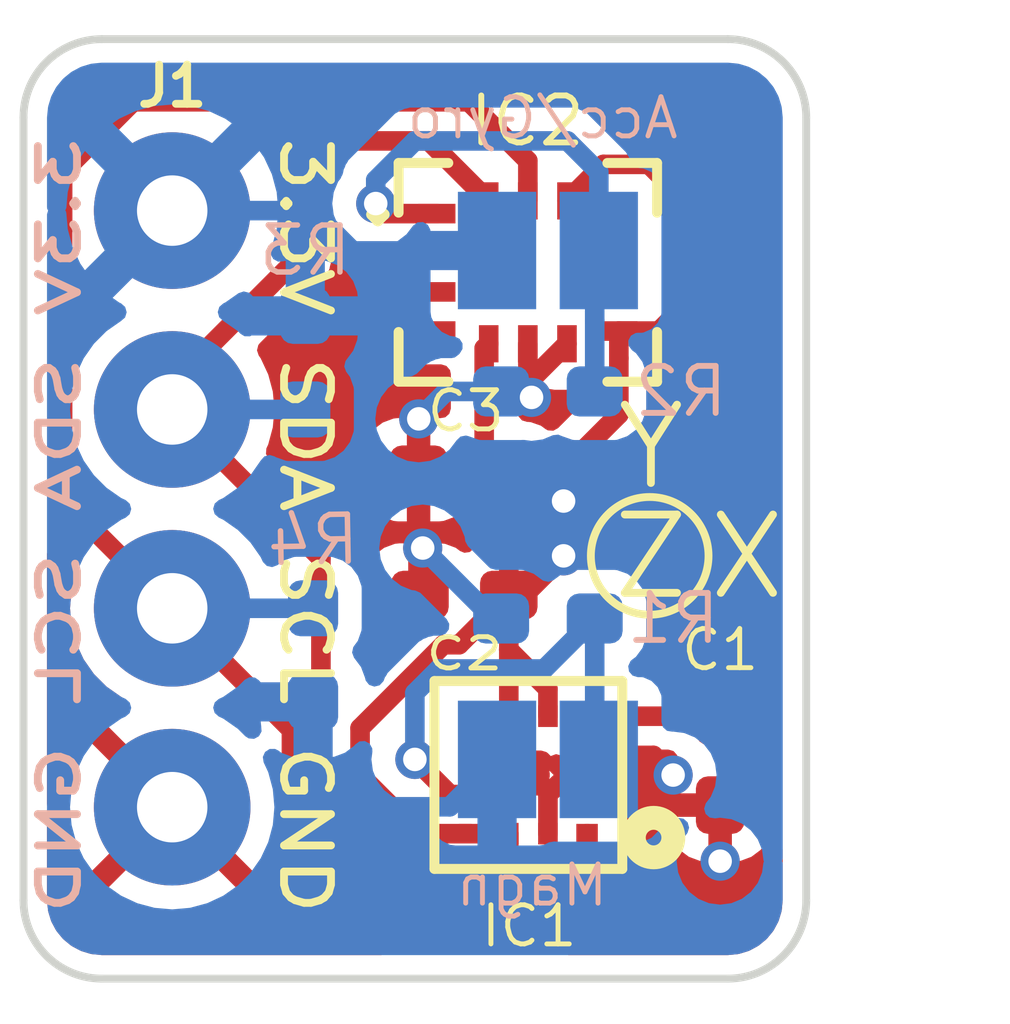
<source format=kicad_pcb>
(kicad_pcb (version 20221018) (generator pcbnew)
  (layers (0 "F.Cu" signal) (1 "In1.Cu" signal) (2 "In2.Cu" signal) (31 "B.Cu" signal) (34 "B.Paste" user) (35 "F.Paste" user) (36 "B.SilkS" user "B.Silkscreen") (37 "F.SilkS" user "F.Silkscreen") (38 "B.Mask" user) (39 "F.Mask" user) (44 "Edge.Cuts" user))
  (net 0 "")
  (net 1 "+3.3V")
  (net 2 "GND")
  (net 3 "/SCL")
  (net 4 "Net-(IC1-SDO{slash}SA1)")
  (net 7 "/SDA")
  (net 8 "Net-(IC2-SDO{slash}SA0)")
  (net 9 "Net-(IC1-C1)")
  (footprint "Capacitor_SMD:C_0402_1005Metric_Pad0.74x0.62mm_HandSolder" (layer "F.Cu") (at 126.2325 81.8 180)
    (fp_text reference "C3" (at -0.0175 2.35) (layer "F.SilkS") (effects (font (size 0.5 0.5) (thickness 0.0625))))
    (fp_text value "1 uF")
    (pad "1" smd roundrect locked (at -0.5675 0 180) (size 0.735 0.62) (layers "F.Cu" "F.Paste" "F.Mask") (net 1 "+3.3V"))
    (pad "2" smd roundrect locked (at 0.5675 0 180) (size 0.735 0.62) (layers "F.Cu" "F.Paste" "F.Mask") (net 2 "GND"))
  )
  (footprint "MasterThesis_library:LSM6DSOXTR" (layer "F.Cu") (at 127.04445 77.6755)
    (fp_text reference "IC2" (at -0.01 -1.93) (layer "F.SilkS") (effects (font (size 0.6 0.6) (thickness 0.075))))
    (fp_text value "LSM6DSOXTR" hide)
    (fp_text user "." (at -2.4 -0.45) (layer "F.SilkS") (effects (font (size 1.63576 1.63576) (thickness 0.14224)) (justify left bottom)))
    (fp_line (start -1.652 -1.394) (end -1.652 -0.759) (stroke (width 0.127)) (layer "F.SilkS"))
    (fp_line (start -1.652 0.765) (end -1.652 1.4) (stroke (width 0.127)) (layer "F.SilkS"))
    (fp_line (start -1.652 1.4) (end -1.017 1.4) (stroke (width 0.127)) (layer "F.SilkS"))
    (fp_line (start -1.017 -1.394) (end -1.652 -1.394) (stroke (width 0.127)) (layer "F.SilkS"))
    (fp_line (start 1.015 -1.394) (end 1.65 -1.394) (stroke (width 0.127)) (layer "F.SilkS"))
    (fp_line (start 1.015 1.4) (end 1.65 1.4) (stroke (width 0.127)) (layer "F.SilkS"))
    (fp_line (start 1.65 -1.394) (end 1.65 -0.759) (stroke (width 0.127)) (layer "F.SilkS"))
    (fp_line (start 1.65 1.4) (end 1.65 0.765) (stroke (width 0.127)) (layer "F.SilkS"))
    (pad "1" smd rect (at -1.1635 -0.747) (size 0.475 0.25) (layers "F.Cu" "F.Paste" "F.Mask") (net 8 "Net-(IC2-SDO{slash}SA0)"))
    (pad "2" smd rect (at -1.1635 -0.247) (size 0.475 0.25) (layers "F.Cu" "F.Paste" "F.Mask"))
    (pad "3" smd rect (at -1.1635 0.253) (size 0.475 0.25) (layers "F.Cu" "F.Paste" "F.Mask"))
    (pad "4" smd rect (at -1.1635 0.753) (size 0.475 0.25) (layers "F.Cu" "F.Paste" "F.Mask"))
    (pad "5" smd rect (at -0.501 0.9155 90) (size 0.475 0.25) (layers "F.Cu" "F.Paste" "F.Mask") (net 1 "+3.3V"))
    (pad "6" smd rect (at -0.001 0.9155 90) (size 0.475 0.25) (layers "F.Cu" "F.Paste" "F.Mask") (net 2 "GND"))
    (pad "7" smd rect (at 0.499 0.9155 90) (size 0.475 0.25) (layers "F.Cu" "F.Paste" "F.Mask") (net 2 "GND"))
    (pad "8" smd rect (at 1.1615 0.753 180) (size 0.475 0.25) (layers "F.Cu" "F.Paste" "F.Mask") (net 1 "+3.3V"))
    (pad "9" smd rect (at 1.1615 0.253 180) (size 0.475 0.25) (layers "F.Cu" "F.Paste" "F.Mask"))
    (pad "10" smd rect (at 1.1615 -0.247 180) (size 0.475 0.25) (layers "F.Cu" "F.Paste" "F.Mask"))
    (pad "11" smd rect (at 1.1615 -0.747 180) (size 0.475 0.25) (layers "F.Cu" "F.Paste" "F.Mask"))
    (pad "12" smd rect (at 0.499 -0.9095 270) (size 0.475 0.25) (layers "F.Cu" "F.Paste" "F.Mask") (net 1 "+3.3V"))
    (pad "13" smd rect (at -0.001 -0.9095 270) (size 0.475 0.25) (layers "F.Cu" "F.Paste" "F.Mask") (net 3 "/SCL"))
    (pad "14" smd rect (at -0.501 -0.9095 270) (size 0.475 0.25) (layers "F.Cu" "F.Paste" "F.Mask") (net 7 "/SDA"))
  )
  (footprint "MasterThesis_library:4 pin header" (layer "F.Cu") (at 122.5 76.89 -90)
    (fp_text reference "J1" (at -1.59 0 unlocked) (layer "F.SilkS") (effects (font (size 0.5 0.5) (thickness 0.1))))
    (fp_text value "4_pin_header" hide)
    (pad "1" thru_hole circle (at 0 0 270) (size 2 2) (drill 0.9) (layers "*.Cu" "*.Mask") (net 1 "+3.3V"))
    (pad "2" thru_hole circle (at 2.54 0 270) (size 2 2) (drill 0.9) (layers "*.Cu" "*.Mask") (net 7 "/SDA"))
    (pad "3" thru_hole circle (at 5.08 0 270) (size 2 2) (drill 0.9) (layers "*.Cu" "*.Mask") (net 3 "/SCL"))
    (pad "4" thru_hole circle (at 7.62 0 270) (size 2 2) (drill 0.9) (layers "*.Cu" "*.Mask") (net 2 "GND"))
  )
  (footprint "Capacitor_SMD:C_0402_1005Metric_Pad0.74x0.62mm_HandSolder" (layer "F.Cu") (at 129.5 83.916 -90)
    (fp_text reference "C1" (at -1.416 0 -180) (layer "F.SilkS") (effects (font (size 0.5 0.5) (thickness 0.0625))))
    (fp_text value "100 nF")
    (pad "1" smd roundrect (at -0.5675 0 270) (size 0.735 0.62) (layers "F.Cu" "F.Paste" "F.Mask") (net 9 "Net-(IC1-C1)"))
    (pad "2" smd roundrect (at 0.5675 0 270) (size 0.735 0.62) (layers "F.Cu" "F.Paste" "F.Mask") (net 2 "GND"))
  )
  (footprint "MasterThesis_library:LIS3MDLTR" (layer "F.Cu") (at 127.05 84.0985 180)
    (fp_text reference "IC1" (at -0.01 -1.93) (layer "F.SilkS") (effects (font (size 0.5 0.5) (thickness 0.0625))))
    (fp_text value "LIS3MDLTR")
    (fp_line (start -1.2 -1.2) (end 1.2 -1.2) (stroke (width 0.127)) (layer "F.SilkS"))
    (fp_line (start -1.2 1.2) (end -1.2 -1.2) (stroke (width 0.127)) (layer "F.SilkS"))
    (fp_line (start 1.2 -1.2) (end 1.2 1.2) (stroke (width 0.127)) (layer "F.SilkS"))
    (fp_line (start 1.2 1.2) (end -1.2 1.2) (stroke (width 0.127)) (layer "F.SilkS"))
    (fp_circle (center -1.6 -0.8) (end -1.5 -0.8) (stroke (width 0.3048)) (fill none) (layer "F.SilkS"))
    (pad "1" smd rect (at -0.75 -0.75 180) (size 0.275 0.25) (layers "F.Cu" "F.Paste" "F.Mask") (net 3 "/SCL"))
    (pad "2" smd rect (at -0.75 -0.25 180) (size 0.275 0.25) (layers "F.Cu" "F.Paste" "F.Mask") (net 2 "GND"))
    (pad "3" smd rect (at -0.75 0.25 180) (size 0.275 0.25) (layers "F.Cu" "F.Paste" "F.Mask") (net 2 "GND"))
    (pad "4" smd rect (at -0.75 0.75 180) (size 0.275 0.25) (layers "F.Cu" "F.Paste" "F.Mask") (net 9 "Net-(IC1-C1)"))
    (pad "5" smd rect (at -0.25 0.75 270) (size 0.275 0.25) (layers "F.Cu" "F.Paste" "F.Mask") (net 1 "+3.3V"))
    (pad "6" smd rect (at 0.25 0.75 270) (size 0.275 0.25) (layers "F.Cu" "F.Paste" "F.Mask") (net 1 "+3.3V"))
    (pad "7" smd rect (at 0.75 0.75) (size 0.275 0.25) (layers "F.Cu" "F.Paste" "F.Mask"))
    (pad "8" smd rect (at 0.75 0.25) (size 0.275 0.25) (layers "F.Cu" "F.Paste" "F.Mask"))
    (pad "9" smd rect (at 0.75 -0.25) (size 0.275 0.25) (layers "F.Cu" "F.Paste" "F.Mask") (net 4 "Net-(IC1-SDO{slash}SA1)"))
    (pad "10" smd rect (at 0.75 -0.75) (size 0.275 0.25) (layers "F.Cu" "F.Paste" "F.Mask") (net 1 "+3.3V"))
    (pad "11" smd rect (at 0.25 -0.75 90) (size 0.275 0.25) (layers "F.Cu" "F.Paste" "F.Mask") (net 7 "/SDA"))
    (pad "12" smd rect (at -0.25 -0.75 90) (size 0.275 0.25) (layers "F.Cu" "F.Paste" "F.Mask") (net 2 "GND"))
  )
  (footprint "Capacitor_SMD:C_0402_1005Metric_Pad0.74x0.62mm_HandSolder" (layer "F.Cu") (at 126.215 80.2 180)
    (fp_text reference "C2" (at -0.0175 -2.35 180) (layer "F.SilkS") (effects (font (size 0.4 0.5) (thickness 0.0625))))
    (fp_text value "100 nF")
    (pad "1" smd roundrect locked (at -0.5675 0 180) (size 0.735 0.62) (layers "F.Cu" "F.Paste" "F.Mask") (net 1 "+3.3V"))
    (pad "2" smd roundrect locked (at 0.5675 0 180) (size 0.735 0.62) (layers "F.Cu" "F.Paste" "F.Mask") (net 2 "GND"))
  )
  (footprint "Jumper:SolderJumper-2_P1.3mm_Open_Pad1.0x1.5mm" (layer "B.Cu") (at 127.3 77.4)
    (fp_text reference "JP2" hide)
    (fp_text value "Jumper_2_Open")
    (pad "1" smd rect (at -0.65 0) (size 1 1.5) (layers "B.Cu" "B.Mask") (net 1 "+3.3V"))
    (pad "2" smd rect (at 0.65 0) (size 1 1.5) (layers "B.Cu" "B.Mask") (net 8 "Net-(IC2-SDO{slash}SA0)"))
  )
  (footprint "Resistor_SMD:R_0402_1005Metric_Pad0.72x0.64mm_HandSolder" (layer "B.Cu") (at 127.3 82.1 180)
    (fp_text reference "R1" (at -1.6 0) (layer "B.SilkS") (effects (font (size 0.6 0.6) (thickness 0.075)) (justify mirror)))
    (fp_text value "10k")
    (pad "1" smd roundrect (at -0.5975 0 180) (size 0.715 0.64) (layers "B.Cu" "B.Paste" "B.Mask") (net 4 "Net-(IC1-SDO{slash}SA1)"))
    (pad "2" smd roundrect (at 0.5975 0 180) (size 0.715 0.64) (layers "B.Cu" "B.Paste" "B.Mask") (net 2 "GND"))
  )
  (footprint "Jumper:SolderJumper-2_P1.3mm_Open_Pad1.0x1.5mm" (layer "B.Cu") (at 127.3 83.9)
    (fp_text reference "JP1" hide)
    (fp_text value "Jumper_2_Open")
    (pad "1" smd rect (at -0.65 0) (size 1 1.5) (layers "B.Cu" "B.Mask") (net 1 "+3.3V"))
    (pad "2" smd rect (at 0.65 0) (size 1 1.5) (layers "B.Cu" "B.Mask") (net 4 "Net-(IC1-SDO{slash}SA1)"))
  )
  (footprint "Resistor_SMD:R_0402_1005Metric_Pad0.72x0.64mm_HandSolder" (layer "B.Cu") (at 124.3 82.5675 90)
    (fp_text reference "R4" (at 1.4675 0 181) (layer "B.SilkS") (effects (font (size 0.6 0.6) (thickness 0.07)) (justify mirror)))
    (fp_text value "1.9k")
    (pad "1" smd roundrect (at -0.5975 0 90) (size 0.715 0.64) (layers "B.Cu" "B.Paste" "B.Mask") (net 1 "+3.3V"))
    (pad "2" smd roundrect (at 0.5975 0 90) (size 0.715 0.64) (layers "B.Cu" "B.Paste" "B.Mask") (net 3 "/SCL"))
  )
  (footprint "Resistor_SMD:R_0402_1005Metric_Pad0.72x0.64mm_HandSolder" (layer "B.Cu") (at 127.3 79.2 180)
    (fp_text reference "R2" (at -1.7 0) (layer "B.SilkS") (effects (font (size 0.6 0.6) (thickness 0.075)) (justify mirror)))
    (fp_text value "10k")
    (pad "1" smd roundrect (at -0.5975 0 180) (size 0.715 0.64) (layers "B.Cu" "B.Paste" "B.Mask") (net 8 "Net-(IC2-SDO{slash}SA0)"))
    (pad "2" smd roundrect (at 0.5975 0 180) (size 0.715 0.64) (layers "B.Cu" "B.Paste" "B.Mask") (net 2 "GND"))
  )
  (footprint "Resistor_SMD:R_0402_1005Metric_Pad0.72x0.64mm_HandSolder" (layer "B.Cu") (at 124.2 78.8325 -90)
    (fp_text reference "R3" (at -1.4325 0 -180) (layer "B.SilkS") (effects (font (size 0.6 0.6) (thickness 0.07)) (justify mirror)))
    (fp_text value "1.9k")
    (pad "1" smd roundrect (at -0.5975 0 270) (size 0.715 0.64) (layers "B.Cu" "B.Paste" "B.Mask") (net 1 "+3.3V"))
    (pad "2" smd roundrect (at 0.5975 0 270) (size 0.715 0.64) (layers "B.Cu" "B.Paste" "B.Mask") (net 7 "/SDA"))
  )
  (gr_circle locked (center 128.6 81.3) (end 129.35 81.25) (stroke (width 0.1)) (fill none) (layer "F.SilkS"))
  (gr_arc (start 130.6 85.7) (mid 130.307107 86.407107) (end 129.6 86.7) (stroke (width 0.1)) (layer "Edge.Cuts"))
  (gr_line (start 120.6 85.7) (end 120.6 75.7) (stroke (width 0.1)) (layer "Edge.Cuts"))
  (gr_line (start 130.6 75.7) (end 130.6 85.7) (stroke (width 0.1)) (layer "Edge.Cuts"))
  (gr_arc (start 121.6 86.7) (mid 120.892893 86.407107) (end 120.6 85.7) (stroke (width 0.1)) (layer "Edge.Cuts"))
  (gr_line (start 129.6 86.7) (end 121.6 86.7) (stroke (width 0.1)) (layer "Edge.Cuts"))
  (gr_arc (start 129.6 74.7) (mid 130.307107 74.992893) (end 130.6 75.7) (stroke (width 0.1)) (layer "Edge.Cuts"))
  (gr_line (start 121.6 74.7) (end 129.6 74.7) (stroke (width 0.1)) (layer "Edge.Cuts"))
  (gr_arc (start 120.6 75.7) (mid 120.892893 74.992893) (end 121.6 74.7) (stroke (width 0.1)) (layer "Edge.Cuts"))
  (gr_text "Acc/Gyro" (at 129 76) (layer "B.SilkS") (effects (font (size 0.5 0.5) (thickness 0.0625)) (justify left bottom mirror)))
  (gr_text "Magn" (at 128.1 85.8) (layer "B.SilkS") (effects (font (size 0.5 0.5) (thickness 0.0625)) (justify left bottom mirror)))
  (gr_text "3.3V SDA SCL GND" (at 121.35 75.9 90) (layer "B.SilkS") (effects (font (size 0.5 0.7) (thickness 0.1)) (justify left bottom mirror)))
  (gr_text "X" (at 129.3 81.9) (layer "F.SilkS") (effects (font (size 1 1) (thickness 0.1)) (justify left bottom)))
  (gr_text "3.3V SDA SCL GND" (at 123.85 75.9 270) (layer "F.SilkS") (effects (font (size 0.6 0.7) (thickness 0.1)) (justify left bottom)))
  (gr_text locked "Z" (at 128.07381 81.9) (layer "F.SilkS") (effects (font (size 1 1) (thickness 0.1)) (justify left bottom)))
  (gr_text "Y" (at 128.121429 80.4965) (layer "F.SilkS") (effects (font (size 1 1) (thickness 0.1)) (justify left bottom)))
  (segment (start 126.8 82.5) (end 126.8 83.3485) (width 0.25) (layer "F.Cu") (net 1))
  (segment (start 128.00945 76.3) (end 127.54345 76.766) (width 0.25) (layer "F.Cu") (net 1))
  (segment (start 124.9 83.5) (end 125.965 82.435) (width 0.25) (layer "F.Cu") (net 1))
  (segment (start 127.5 80.2) (end 128.20595 79.49405) (width 0.25) (layer "F.Cu") (net 1))
  (segment (start 128.20595 78.77655) (end 128.20595 78.4285) (width 0.25) (layer "F.Cu") (net 1))
  (segment (start 126.4855 79.903) (end 126.4855 78.64895) (width 0.25) (layer "F.Cu") (net 1))
  (segment (start 125.6485 84.8485) (end 124.9 84.1) (width 0.25) (layer "F.Cu") (net 1))
  (segment (start 128.71845 78.4285) (end 129.1 78.04695) (width 0.25) (layer "F.Cu") (net 1))
  (segment (start 127.5 81.3) (end 127 81.8) (width 0.25) (layer "F.Cu") (net 1))
  (segment (start 128.20595 79.49405) (end 128.20595 78.77655) (width 0.25) (layer "F.Cu") (net 1))
  (segment (start 127.1 80.2) (end 126.8 80.2) (width 0.25) (layer "F.Cu") (net 1))
  (segment (start 126.4855 78.64895) (end 126.54345 78.591) (width 0.25) (layer "F.Cu") (net 1))
  (segment (start 126.165 82.435) (end 126.8 81.8) (width 0.25) (layer "F.Cu") (net 1))
  (segment (start 126.7825 80.2) (end 126.4855 79.903) (width 0.25) (layer "F.Cu") (net 1))
  (segment (start 126.7825 80.2) (end 126.8 80.2175) (width 0.25) (layer "F.Cu") (net 1))
  (segment (start 128.20595 78.4285) (end 128.71845 78.4285) (width 0.25) (layer "F.Cu") (net 1))
  (segment (start 127.5 80.6) (end 127.1 80.2) (width 0.25) (layer "F.Cu") (net 1))
  (segment (start 124.9 84.1) (end 124.9 83.5) (width 0.25) (layer "F.Cu") (net 1))
  (segment (start 126.8 80.2175) (end 126.8 82.5) (width 0.25) (layer "F.Cu") (net 1))
  (segment (start 127 81.8) (end 126.8175 81.8) (width 0.25) (layer "F.Cu") (net 1))
  (segment (start 129.1 76.81005) (end 128.58995 76.3) (width 0.25) (layer "F.Cu") (net 1))
  (segment (start 126.7825 80.2) (end 127.5 80.2) (width 0.25) (layer "F.Cu") (net 1))
  (segment (start 128.58995 76.3) (end 128.00945 76.3) (width 0.25) (layer "F.Cu") (net 1))
  (segment (start 125.965 82.435) (end 126.165 82.435) (width 0.25) (layer "F.Cu") (net 1))
  (segment (start 126.3 84.8485) (end 125.6485 84.8485) (width 0.25) (layer "F.Cu") (net 1))
  (segment (start 127.3 83) (end 126.8 82.5) (width 0.25) (layer "F.Cu") (net 1))
  (segment (start 127.3 83.3485) (end 127.3 83) (width 0.25) (layer "F.Cu") (net 1))
  (segment (start 129.1 78.04695) (end 129.1 76.81005) (width 0.25) (layer "F.Cu") (net 1))
  (via (at 127.5 81.3) (size 0.5) (drill 0.3) (layers "F.Cu" "B.Cu") (net 1))
  (via (at 127.5 80.6) (size 0.5) (drill 0.3) (layers "F.Cu" "B.Cu") (net 1))
  (segment (start 124.3 84.1) (end 124.3 83.165) (width 0.25) (layer "B.Cu") (net 1))
  (segment (start 124.805 77.405) (end 124.29 76.89) (width 0.25) (layer "B.Cu") (net 1))
  (segment (start 126.045 84.505) (end 124.705 84.505) (width 0.25) (layer "B.Cu") (net 1))
  (segment (start 124.29 76.89) (end 122.5 76.89) (width 0.25) (layer "B.Cu") (net 1))
  (segment (start 126.65 77.4) (end 126.645 77.405) (width 0.25) (layer "B.Cu") (net 1))
  (segment (start 126.65 83.9) (end 126.045 84.505) (width 0.25) (layer "B.Cu") (net 1))
  (segment (start 126.645 77.405) (end 124.805 77.405) (width 0.25) (layer "B.Cu") (net 1))
  (segment (start 124.705 84.505) (end 124.3 84.1) (width 0.25) (layer "B.Cu") (net 1))
  (segment (start 127.04345 79.229075) (end 127.0905 79.276125) (width 0.25) (layer "F.Cu") (net 2))
  (segment (start 125.6475 79.5525) (end 125.6475 80.2) (width 0.25) (layer "F.Cu") (net 2))
  (segment (start 125.665 81.235) (end 125.665 81.8) (width 0.25) (layer "F.Cu") (net 2))
  (segment (start 128.899502 84.100498) (end 128.6515 84.3485) (width 0.25) (layer "F.Cu") (net 2))
  (segment (start 128.899502 84.1) (end 128.899502 84.100498) (width 0.25) (layer "F.Cu") (net 2))
  (segment (start 127.42425 84.22425) (end 127.8 83.8485) (width 0.25) (layer "F.Cu") (net 2))
  (segment (start 128.6515 84.3485) (end 127.8 84.3485) (width 0.25) (layer "F.Cu") (net 2))
  (segment (start 127.3 84.8485) (end 127.3 84.3485) (width 0.25) (layer "F.Cu") (net 2))
  (segment (start 125.65 79.55) (end 125.6475 79.5525) (width 0.25) (layer "F.Cu") (net 2))
  (segment (start 127.0905 79.04395) (end 127.54345 78.591) (width 0.25) (layer "F.Cu") (net 2))
  (segment (start 128.899502 84.1) (end 128.648002 83.8485) (width 0.25) (layer "F.Cu") (net 2))
  (segment (start 125.7 81.2) (end 125.665 81.235) (width 0.25) (layer "F.Cu") (net 2))
  (segment (start 127.67575 84.22425) (end 127.8 84.3485) (width 0.25) (layer "F.Cu") (net 2))
  (segment (start 127.04345 78.591) (end 127.04345 79.229075) (width 0.25) (layer "F.Cu") (net 2))
  (segment (start 127.3 84.3485) (end 127.42425 84.22425) (width 0.25) (layer "F.Cu") (net 2))
  (segment (start 127.42425 84.22425) (end 127.67575 84.22425) (width 0.25) (layer "F.Cu") (net 2))
  (segment (start 129.5 84.4835) (end 129.5 85.2) (width 0.25) (layer "F.Cu") (net 2))
  (segment (start 128.648002 83.8485) (end 127.8 83.8485) (width 0.25) (layer "F.Cu") (net 2))
  (segment (start 127.0905 79.276125) (end 127.0905 79.04395) (width 0.25) (layer "F.Cu") (net 2))
  (via (at 127.0905 79.276125) (size 0.5) (drill 0.3) (layers "F.Cu" "B.Cu") (net 2))
  (via (at 125.7 81.2) (size 0.5) (drill 0.3) (layers "F.Cu" "B.Cu") (net 2))
  (via (at 125.65 79.55) (size 0.5) (drill 0.3) (layers "F.Cu" "B.Cu") (net 2))
  (via (at 129.5 85.2) (size 0.5) (drill 0.3) (layers "F.Cu" "B.Cu") (net 2))
  (via (at 128.899502 84.1) (size 0.5) (drill 0.3) (layers "F.Cu" "B.Cu") (net 2))
  (segment (start 126.6 82.1) (end 126.7025 82.1) (width 0.25) (layer "B.Cu") (net 2))
  (segment (start 126 79.2) (end 126.7025 79.2) (width 0.25) (layer "B.Cu") (net 2))
  (segment (start 125.65 79.55) (end 126 79.2) (width 0.25) (layer "B.Cu") (net 2))
  (segment (start 125.7 81.2) (end 126.6 82.1) (width 0.25) (layer "B.Cu") (net 2))
  (segment (start 126.28995 75.5) (end 127.04345 76.2535) (width 0.25) (layer "F.Cu") (net 3))
  (segment (start 124.023 83.523) (end 124.023 84.356158) (width 0.25) (layer "F.Cu") (net 3))
  (segment (start 122.5 81.97) (end 121.1 80.57) (width 0.25) (layer "F.Cu") (net 3))
  (segment (start 122.5 81.97) (end 122.5 82) (width 0.25) (layer "F.Cu") (net 3))
  (segment (start 122.5 82) (end 124.023 83.523) (width 0.25) (layer "F.Cu") (net 3))
  (segment (start 121.1 76.4) (end 122 75.5) (width 0.25) (layer "F.Cu") (net 3))
  (segment (start 122 75.5) (end 126.28995 75.5) (width 0.25) (layer "F.Cu") (net 3))
  (segment (start 124.023 84.356158) (end 125.666842 86) (width 0.25) (layer "F.Cu") (net 3))
  (segment (start 127.061 86) (end 127.8 85.261) (width 0.25) (layer "F.Cu") (net 3))
  (segment (start 125.666842 86) (end 127.061 86) (width 0.25) (layer "F.Cu") (net 3))
  (segment (start 127.8 85.261) (end 127.8 84.8485) (width 0.25) (layer "F.Cu") (net 3))
  (segment (start 121.1 80.57) (end 121.1 76.4) (width 0.25) (layer "F.Cu") (net 3))
  (segment (start 127.04345 76.2535) (end 127.04345 76.766) (width 0.25) (layer "F.Cu") (net 3))
  (segment (start 122.5 81.97) (end 124.075 81.97) (width 0.25) (layer "B.Cu") (net 3))
  (segment (start 126.0485 84.3485) (end 126.3 84.3485) (width 0.25) (layer "F.Cu") (net 4))
  (segment (start 125.6 83.9) (end 126.0485 84.3485) (width 0.25) (layer "F.Cu") (net 4))
  (via (at 125.6 83.9) (size 0.5) (drill 0.3) (layers "F.Cu" "B.Cu") (net 4))
  (segment (start 125.905 82.745) (end 127.2525 82.745) (width 0.25) (layer "B.Cu") (net 4))
  (segment (start 125.6 83.9) (end 125.6 83.05) (width 0.25) (layer "B.Cu") (net 4))
  (segment (start 127.8975 83.8475) (end 127.95 83.9) (width 0.25) (layer "B.Cu") (net 4))
  (segment (start 125.6 83.05) (end 125.905 82.745) (width 0.25) (layer "B.Cu") (net 4))
  (segment (start 127.8975 82.1) (end 127.8975 83.8475) (width 0.25) (layer "B.Cu") (net 4))
  (segment (start 127.2525 82.745) (end 127.8975 82.1) (width 0.25) (layer "B.Cu") (net 4))
  (segment (start 124.1 76.7) (end 124.8 76) (width 0.25) (layer "F.Cu") (net 7))
  (segment (start 125.77745 76) (end 126.54345 76.766) (width 0.25) (layer "F.Cu") (net 7))
  (segment (start 124.4 84.2) (end 125.7 85.5) (width 0.25) (layer "F.Cu") (net 7))
  (segment (start 124.1 77.5) (end 124.1 76.7) (width 0.25) (layer "F.Cu") (net 7))
  (segment (start 125.7 85.5) (end 126.561 85.5) (width 0.25) (layer "F.Cu") (net 7))
  (segment (start 126.561 85.5) (end 126.8 85.261) (width 0.25) (layer "F.Cu") (net 7))
  (segment (start 122.5 79.1) (end 124.1 77.5) (width 0.25) (layer "F.Cu") (net 7))
  (segment (start 124.4 81.33) (end 124.4 84.2) (width 0.25) (layer "F.Cu") (net 7))
  (segment (start 122.5 79.43) (end 122.5 79.1) (width 0.25) (layer "F.Cu") (net 7))
  (segment (start 124.8 76) (end 125.77745 76) (width 0.25) (layer "F.Cu") (net 7))
  (segment (start 122.5 79.43) (end 124.4 81.33) (width 0.25) (layer "F.Cu") (net 7))
  (segment (start 126.8 85.261) (end 126.8 84.8485) (width 0.25) (layer "F.Cu") (net 7))
  (segment (start 122.5 79.43) (end 124.2 79.43) (width 0.25) (layer "B.Cu") (net 7))
  (segment (start 125.1 76.8) (end 125.2285 76.9285) (width 0.25) (layer "F.Cu") (net 8))
  (segment (start 125.2285 76.9285) (end 125.88095 76.9285) (width 0.25) (layer "F.Cu") (net 8))
  (via (at 125.1 76.8) (size 0.5) (drill 0.3) (layers "F.Cu" "B.Cu") (net 8))
  (segment (start 127.8975 77.4525) (end 127.95 77.4) (width 0.25) (layer "B.Cu") (net 8))
  (segment (start 125.6 76) (end 127.55 76) (width 0.25) (layer "B.Cu") (net 8))
  (segment (start 127.8975 79.2) (end 127.8975 78.3) (width 0.25) (layer "B.Cu") (net 8))
  (segment (start 125.1 76.5) (end 125.6 76) (width 0.25) (layer "B.Cu") (net 8))
  (segment (start 125.1 76.8) (end 125.1 76.5) (width 0.25) (layer "B.Cu") (net 8))
  (segment (start 127.55 76) (end 127.95 76.4) (width 0.25) (layer "B.Cu") (net 8))
  (segment (start 127.8975 78.3) (end 127.8975 77.4525) (width 0.25) (layer "B.Cu") (net 8))
  (segment (start 127.95 76.4) (end 127.95 77.4) (width 0.25) (layer "B.Cu") (net 8))
  (segment (start 129.5 83.3485) (end 127.8 83.3485) (width 0.25) (layer "F.Cu") (net 9))
  (zone (net 2) (net_name "GND") (layers "F.Cu" "In1.Cu") (connect_pads (clearance 0.3)) (min_thickness 0.25) (fill yes (thermal_gap 0.35) (thermal_bridge_width 0.3))
    (polygon (pts (xy 120.4 74.3) (xy 120.3 87.2) (xy 131.1 87.3) (xy 131.2 74.3)))
  )
  (zone (net 1) (net_name "+3.3V") (layers "In2.Cu" "B.Cu") (connect_pads (clearance 0.3)) (min_thickness 0.25) (fill yes (thermal_gap 0.35) (thermal_bridge_width 0.5))
    (polygon (pts (xy 120.4 74.2) (xy 120.4 87.2) (xy 130.8 87.2) (xy 130.8 74.2)))
  )
)
</source>
